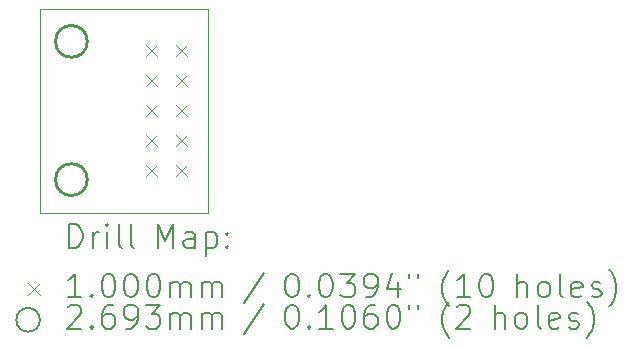
<source format=gbr>
%TF.GenerationSoftware,KiCad,Pcbnew,7.0.0-da2b9df05c~163~ubuntu22.04.1*%
%TF.CreationDate,2023-02-19T21:10:30+00:00*%
%TF.ProjectId,simpleadapter,73696d70-6c65-4616-9461-707465722e6b,rev?*%
%TF.SameCoordinates,Original*%
%TF.FileFunction,Drillmap*%
%TF.FilePolarity,Positive*%
%FSLAX45Y45*%
G04 Gerber Fmt 4.5, Leading zero omitted, Abs format (unit mm)*
G04 Created by KiCad (PCBNEW 7.0.0-da2b9df05c~163~ubuntu22.04.1) date 2023-02-19 21:10:30*
%MOMM*%
%LPD*%
G01*
G04 APERTURE LIST*
%ADD10C,0.100000*%
%ADD11C,0.200000*%
%ADD12C,0.269260*%
G04 APERTURE END LIST*
D10*
X14655800Y-8559800D02*
X16078200Y-8559800D01*
X16078200Y-8559800D02*
X16078200Y-10287000D01*
X16078200Y-10287000D02*
X14655800Y-10287000D01*
X14655800Y-10287000D02*
X14655800Y-8559800D01*
D11*
D10*
X15545600Y-8865400D02*
X15645600Y-8965400D01*
X15645600Y-8865400D02*
X15545600Y-8965400D01*
X15545600Y-9119400D02*
X15645600Y-9219400D01*
X15645600Y-9119400D02*
X15545600Y-9219400D01*
X15545600Y-9373400D02*
X15645600Y-9473400D01*
X15645600Y-9373400D02*
X15545600Y-9473400D01*
X15545600Y-9627400D02*
X15645600Y-9727400D01*
X15645600Y-9627400D02*
X15545600Y-9727400D01*
X15545600Y-9881400D02*
X15645600Y-9981400D01*
X15645600Y-9881400D02*
X15545600Y-9981400D01*
X15799600Y-8865400D02*
X15899600Y-8965400D01*
X15899600Y-8865400D02*
X15799600Y-8965400D01*
X15799600Y-9119400D02*
X15899600Y-9219400D01*
X15899600Y-9119400D02*
X15799600Y-9219400D01*
X15799600Y-9373400D02*
X15899600Y-9473400D01*
X15899600Y-9373400D02*
X15799600Y-9473400D01*
X15799600Y-9627400D02*
X15899600Y-9727400D01*
X15899600Y-9627400D02*
X15799600Y-9727400D01*
X15799600Y-9881400D02*
X15899600Y-9981400D01*
X15899600Y-9881400D02*
X15799600Y-9981400D01*
D12*
X15052330Y-8838400D02*
G75*
G03*
X15052330Y-8838400I-134630J0D01*
G01*
X15052330Y-10008400D02*
G75*
G03*
X15052330Y-10008400I-134630J0D01*
G01*
D11*
X14898419Y-10585476D02*
X14898419Y-10385476D01*
X14898419Y-10385476D02*
X14946038Y-10385476D01*
X14946038Y-10385476D02*
X14974609Y-10395000D01*
X14974609Y-10395000D02*
X14993657Y-10414048D01*
X14993657Y-10414048D02*
X15003181Y-10433095D01*
X15003181Y-10433095D02*
X15012705Y-10471190D01*
X15012705Y-10471190D02*
X15012705Y-10499762D01*
X15012705Y-10499762D02*
X15003181Y-10537857D01*
X15003181Y-10537857D02*
X14993657Y-10556905D01*
X14993657Y-10556905D02*
X14974609Y-10575952D01*
X14974609Y-10575952D02*
X14946038Y-10585476D01*
X14946038Y-10585476D02*
X14898419Y-10585476D01*
X15098419Y-10585476D02*
X15098419Y-10452143D01*
X15098419Y-10490238D02*
X15107943Y-10471190D01*
X15107943Y-10471190D02*
X15117467Y-10461667D01*
X15117467Y-10461667D02*
X15136514Y-10452143D01*
X15136514Y-10452143D02*
X15155562Y-10452143D01*
X15222228Y-10585476D02*
X15222228Y-10452143D01*
X15222228Y-10385476D02*
X15212705Y-10395000D01*
X15212705Y-10395000D02*
X15222228Y-10404524D01*
X15222228Y-10404524D02*
X15231752Y-10395000D01*
X15231752Y-10395000D02*
X15222228Y-10385476D01*
X15222228Y-10385476D02*
X15222228Y-10404524D01*
X15346038Y-10585476D02*
X15326990Y-10575952D01*
X15326990Y-10575952D02*
X15317467Y-10556905D01*
X15317467Y-10556905D02*
X15317467Y-10385476D01*
X15450800Y-10585476D02*
X15431752Y-10575952D01*
X15431752Y-10575952D02*
X15422228Y-10556905D01*
X15422228Y-10556905D02*
X15422228Y-10385476D01*
X15646990Y-10585476D02*
X15646990Y-10385476D01*
X15646990Y-10385476D02*
X15713657Y-10528333D01*
X15713657Y-10528333D02*
X15780324Y-10385476D01*
X15780324Y-10385476D02*
X15780324Y-10585476D01*
X15961276Y-10585476D02*
X15961276Y-10480714D01*
X15961276Y-10480714D02*
X15951752Y-10461667D01*
X15951752Y-10461667D02*
X15932705Y-10452143D01*
X15932705Y-10452143D02*
X15894609Y-10452143D01*
X15894609Y-10452143D02*
X15875562Y-10461667D01*
X15961276Y-10575952D02*
X15942228Y-10585476D01*
X15942228Y-10585476D02*
X15894609Y-10585476D01*
X15894609Y-10585476D02*
X15875562Y-10575952D01*
X15875562Y-10575952D02*
X15866038Y-10556905D01*
X15866038Y-10556905D02*
X15866038Y-10537857D01*
X15866038Y-10537857D02*
X15875562Y-10518810D01*
X15875562Y-10518810D02*
X15894609Y-10509286D01*
X15894609Y-10509286D02*
X15942228Y-10509286D01*
X15942228Y-10509286D02*
X15961276Y-10499762D01*
X16056514Y-10452143D02*
X16056514Y-10652143D01*
X16056514Y-10461667D02*
X16075562Y-10452143D01*
X16075562Y-10452143D02*
X16113657Y-10452143D01*
X16113657Y-10452143D02*
X16132705Y-10461667D01*
X16132705Y-10461667D02*
X16142228Y-10471190D01*
X16142228Y-10471190D02*
X16151752Y-10490238D01*
X16151752Y-10490238D02*
X16151752Y-10547381D01*
X16151752Y-10547381D02*
X16142228Y-10566429D01*
X16142228Y-10566429D02*
X16132705Y-10575952D01*
X16132705Y-10575952D02*
X16113657Y-10585476D01*
X16113657Y-10585476D02*
X16075562Y-10585476D01*
X16075562Y-10585476D02*
X16056514Y-10575952D01*
X16237467Y-10566429D02*
X16246990Y-10575952D01*
X16246990Y-10575952D02*
X16237467Y-10585476D01*
X16237467Y-10585476D02*
X16227943Y-10575952D01*
X16227943Y-10575952D02*
X16237467Y-10566429D01*
X16237467Y-10566429D02*
X16237467Y-10585476D01*
X16237467Y-10461667D02*
X16246990Y-10471190D01*
X16246990Y-10471190D02*
X16237467Y-10480714D01*
X16237467Y-10480714D02*
X16227943Y-10471190D01*
X16227943Y-10471190D02*
X16237467Y-10461667D01*
X16237467Y-10461667D02*
X16237467Y-10480714D01*
D10*
X14550800Y-10882000D02*
X14650800Y-10982000D01*
X14650800Y-10882000D02*
X14550800Y-10982000D01*
D11*
X15003181Y-11005476D02*
X14888895Y-11005476D01*
X14946038Y-11005476D02*
X14946038Y-10805476D01*
X14946038Y-10805476D02*
X14926990Y-10834048D01*
X14926990Y-10834048D02*
X14907943Y-10853095D01*
X14907943Y-10853095D02*
X14888895Y-10862619D01*
X15088895Y-10986429D02*
X15098419Y-10995952D01*
X15098419Y-10995952D02*
X15088895Y-11005476D01*
X15088895Y-11005476D02*
X15079371Y-10995952D01*
X15079371Y-10995952D02*
X15088895Y-10986429D01*
X15088895Y-10986429D02*
X15088895Y-11005476D01*
X15222228Y-10805476D02*
X15241276Y-10805476D01*
X15241276Y-10805476D02*
X15260324Y-10815000D01*
X15260324Y-10815000D02*
X15269848Y-10824524D01*
X15269848Y-10824524D02*
X15279371Y-10843571D01*
X15279371Y-10843571D02*
X15288895Y-10881667D01*
X15288895Y-10881667D02*
X15288895Y-10929286D01*
X15288895Y-10929286D02*
X15279371Y-10967381D01*
X15279371Y-10967381D02*
X15269848Y-10986429D01*
X15269848Y-10986429D02*
X15260324Y-10995952D01*
X15260324Y-10995952D02*
X15241276Y-11005476D01*
X15241276Y-11005476D02*
X15222228Y-11005476D01*
X15222228Y-11005476D02*
X15203181Y-10995952D01*
X15203181Y-10995952D02*
X15193657Y-10986429D01*
X15193657Y-10986429D02*
X15184133Y-10967381D01*
X15184133Y-10967381D02*
X15174609Y-10929286D01*
X15174609Y-10929286D02*
X15174609Y-10881667D01*
X15174609Y-10881667D02*
X15184133Y-10843571D01*
X15184133Y-10843571D02*
X15193657Y-10824524D01*
X15193657Y-10824524D02*
X15203181Y-10815000D01*
X15203181Y-10815000D02*
X15222228Y-10805476D01*
X15412705Y-10805476D02*
X15431752Y-10805476D01*
X15431752Y-10805476D02*
X15450800Y-10815000D01*
X15450800Y-10815000D02*
X15460324Y-10824524D01*
X15460324Y-10824524D02*
X15469848Y-10843571D01*
X15469848Y-10843571D02*
X15479371Y-10881667D01*
X15479371Y-10881667D02*
X15479371Y-10929286D01*
X15479371Y-10929286D02*
X15469848Y-10967381D01*
X15469848Y-10967381D02*
X15460324Y-10986429D01*
X15460324Y-10986429D02*
X15450800Y-10995952D01*
X15450800Y-10995952D02*
X15431752Y-11005476D01*
X15431752Y-11005476D02*
X15412705Y-11005476D01*
X15412705Y-11005476D02*
X15393657Y-10995952D01*
X15393657Y-10995952D02*
X15384133Y-10986429D01*
X15384133Y-10986429D02*
X15374609Y-10967381D01*
X15374609Y-10967381D02*
X15365086Y-10929286D01*
X15365086Y-10929286D02*
X15365086Y-10881667D01*
X15365086Y-10881667D02*
X15374609Y-10843571D01*
X15374609Y-10843571D02*
X15384133Y-10824524D01*
X15384133Y-10824524D02*
X15393657Y-10815000D01*
X15393657Y-10815000D02*
X15412705Y-10805476D01*
X15603181Y-10805476D02*
X15622229Y-10805476D01*
X15622229Y-10805476D02*
X15641276Y-10815000D01*
X15641276Y-10815000D02*
X15650800Y-10824524D01*
X15650800Y-10824524D02*
X15660324Y-10843571D01*
X15660324Y-10843571D02*
X15669848Y-10881667D01*
X15669848Y-10881667D02*
X15669848Y-10929286D01*
X15669848Y-10929286D02*
X15660324Y-10967381D01*
X15660324Y-10967381D02*
X15650800Y-10986429D01*
X15650800Y-10986429D02*
X15641276Y-10995952D01*
X15641276Y-10995952D02*
X15622229Y-11005476D01*
X15622229Y-11005476D02*
X15603181Y-11005476D01*
X15603181Y-11005476D02*
X15584133Y-10995952D01*
X15584133Y-10995952D02*
X15574609Y-10986429D01*
X15574609Y-10986429D02*
X15565086Y-10967381D01*
X15565086Y-10967381D02*
X15555562Y-10929286D01*
X15555562Y-10929286D02*
X15555562Y-10881667D01*
X15555562Y-10881667D02*
X15565086Y-10843571D01*
X15565086Y-10843571D02*
X15574609Y-10824524D01*
X15574609Y-10824524D02*
X15584133Y-10815000D01*
X15584133Y-10815000D02*
X15603181Y-10805476D01*
X15755562Y-11005476D02*
X15755562Y-10872143D01*
X15755562Y-10891190D02*
X15765086Y-10881667D01*
X15765086Y-10881667D02*
X15784133Y-10872143D01*
X15784133Y-10872143D02*
X15812705Y-10872143D01*
X15812705Y-10872143D02*
X15831752Y-10881667D01*
X15831752Y-10881667D02*
X15841276Y-10900714D01*
X15841276Y-10900714D02*
X15841276Y-11005476D01*
X15841276Y-10900714D02*
X15850800Y-10881667D01*
X15850800Y-10881667D02*
X15869848Y-10872143D01*
X15869848Y-10872143D02*
X15898419Y-10872143D01*
X15898419Y-10872143D02*
X15917467Y-10881667D01*
X15917467Y-10881667D02*
X15926990Y-10900714D01*
X15926990Y-10900714D02*
X15926990Y-11005476D01*
X16022229Y-11005476D02*
X16022229Y-10872143D01*
X16022229Y-10891190D02*
X16031752Y-10881667D01*
X16031752Y-10881667D02*
X16050800Y-10872143D01*
X16050800Y-10872143D02*
X16079371Y-10872143D01*
X16079371Y-10872143D02*
X16098419Y-10881667D01*
X16098419Y-10881667D02*
X16107943Y-10900714D01*
X16107943Y-10900714D02*
X16107943Y-11005476D01*
X16107943Y-10900714D02*
X16117467Y-10881667D01*
X16117467Y-10881667D02*
X16136514Y-10872143D01*
X16136514Y-10872143D02*
X16165086Y-10872143D01*
X16165086Y-10872143D02*
X16184133Y-10881667D01*
X16184133Y-10881667D02*
X16193657Y-10900714D01*
X16193657Y-10900714D02*
X16193657Y-11005476D01*
X16551752Y-10795952D02*
X16380324Y-11053095D01*
X16776514Y-10805476D02*
X16795562Y-10805476D01*
X16795562Y-10805476D02*
X16814610Y-10815000D01*
X16814610Y-10815000D02*
X16824133Y-10824524D01*
X16824133Y-10824524D02*
X16833657Y-10843571D01*
X16833657Y-10843571D02*
X16843181Y-10881667D01*
X16843181Y-10881667D02*
X16843181Y-10929286D01*
X16843181Y-10929286D02*
X16833657Y-10967381D01*
X16833657Y-10967381D02*
X16824133Y-10986429D01*
X16824133Y-10986429D02*
X16814610Y-10995952D01*
X16814610Y-10995952D02*
X16795562Y-11005476D01*
X16795562Y-11005476D02*
X16776514Y-11005476D01*
X16776514Y-11005476D02*
X16757467Y-10995952D01*
X16757467Y-10995952D02*
X16747943Y-10986429D01*
X16747943Y-10986429D02*
X16738419Y-10967381D01*
X16738419Y-10967381D02*
X16728895Y-10929286D01*
X16728895Y-10929286D02*
X16728895Y-10881667D01*
X16728895Y-10881667D02*
X16738419Y-10843571D01*
X16738419Y-10843571D02*
X16747943Y-10824524D01*
X16747943Y-10824524D02*
X16757467Y-10815000D01*
X16757467Y-10815000D02*
X16776514Y-10805476D01*
X16928895Y-10986429D02*
X16938419Y-10995952D01*
X16938419Y-10995952D02*
X16928895Y-11005476D01*
X16928895Y-11005476D02*
X16919372Y-10995952D01*
X16919372Y-10995952D02*
X16928895Y-10986429D01*
X16928895Y-10986429D02*
X16928895Y-11005476D01*
X17062229Y-10805476D02*
X17081276Y-10805476D01*
X17081276Y-10805476D02*
X17100324Y-10815000D01*
X17100324Y-10815000D02*
X17109848Y-10824524D01*
X17109848Y-10824524D02*
X17119372Y-10843571D01*
X17119372Y-10843571D02*
X17128895Y-10881667D01*
X17128895Y-10881667D02*
X17128895Y-10929286D01*
X17128895Y-10929286D02*
X17119372Y-10967381D01*
X17119372Y-10967381D02*
X17109848Y-10986429D01*
X17109848Y-10986429D02*
X17100324Y-10995952D01*
X17100324Y-10995952D02*
X17081276Y-11005476D01*
X17081276Y-11005476D02*
X17062229Y-11005476D01*
X17062229Y-11005476D02*
X17043181Y-10995952D01*
X17043181Y-10995952D02*
X17033657Y-10986429D01*
X17033657Y-10986429D02*
X17024133Y-10967381D01*
X17024133Y-10967381D02*
X17014610Y-10929286D01*
X17014610Y-10929286D02*
X17014610Y-10881667D01*
X17014610Y-10881667D02*
X17024133Y-10843571D01*
X17024133Y-10843571D02*
X17033657Y-10824524D01*
X17033657Y-10824524D02*
X17043181Y-10815000D01*
X17043181Y-10815000D02*
X17062229Y-10805476D01*
X17195562Y-10805476D02*
X17319372Y-10805476D01*
X17319372Y-10805476D02*
X17252705Y-10881667D01*
X17252705Y-10881667D02*
X17281276Y-10881667D01*
X17281276Y-10881667D02*
X17300324Y-10891190D01*
X17300324Y-10891190D02*
X17309848Y-10900714D01*
X17309848Y-10900714D02*
X17319372Y-10919762D01*
X17319372Y-10919762D02*
X17319372Y-10967381D01*
X17319372Y-10967381D02*
X17309848Y-10986429D01*
X17309848Y-10986429D02*
X17300324Y-10995952D01*
X17300324Y-10995952D02*
X17281276Y-11005476D01*
X17281276Y-11005476D02*
X17224133Y-11005476D01*
X17224133Y-11005476D02*
X17205086Y-10995952D01*
X17205086Y-10995952D02*
X17195562Y-10986429D01*
X17414610Y-11005476D02*
X17452705Y-11005476D01*
X17452705Y-11005476D02*
X17471753Y-10995952D01*
X17471753Y-10995952D02*
X17481276Y-10986429D01*
X17481276Y-10986429D02*
X17500324Y-10957857D01*
X17500324Y-10957857D02*
X17509848Y-10919762D01*
X17509848Y-10919762D02*
X17509848Y-10843571D01*
X17509848Y-10843571D02*
X17500324Y-10824524D01*
X17500324Y-10824524D02*
X17490800Y-10815000D01*
X17490800Y-10815000D02*
X17471753Y-10805476D01*
X17471753Y-10805476D02*
X17433657Y-10805476D01*
X17433657Y-10805476D02*
X17414610Y-10815000D01*
X17414610Y-10815000D02*
X17405086Y-10824524D01*
X17405086Y-10824524D02*
X17395562Y-10843571D01*
X17395562Y-10843571D02*
X17395562Y-10891190D01*
X17395562Y-10891190D02*
X17405086Y-10910238D01*
X17405086Y-10910238D02*
X17414610Y-10919762D01*
X17414610Y-10919762D02*
X17433657Y-10929286D01*
X17433657Y-10929286D02*
X17471753Y-10929286D01*
X17471753Y-10929286D02*
X17490800Y-10919762D01*
X17490800Y-10919762D02*
X17500324Y-10910238D01*
X17500324Y-10910238D02*
X17509848Y-10891190D01*
X17681276Y-10872143D02*
X17681276Y-11005476D01*
X17633657Y-10795952D02*
X17586038Y-10938810D01*
X17586038Y-10938810D02*
X17709848Y-10938810D01*
X17776514Y-10805476D02*
X17776514Y-10843571D01*
X17852705Y-10805476D02*
X17852705Y-10843571D01*
X18115562Y-11081667D02*
X18106038Y-11072143D01*
X18106038Y-11072143D02*
X18086991Y-11043571D01*
X18086991Y-11043571D02*
X18077467Y-11024524D01*
X18077467Y-11024524D02*
X18067943Y-10995952D01*
X18067943Y-10995952D02*
X18058419Y-10948333D01*
X18058419Y-10948333D02*
X18058419Y-10910238D01*
X18058419Y-10910238D02*
X18067943Y-10862619D01*
X18067943Y-10862619D02*
X18077467Y-10834048D01*
X18077467Y-10834048D02*
X18086991Y-10815000D01*
X18086991Y-10815000D02*
X18106038Y-10786429D01*
X18106038Y-10786429D02*
X18115562Y-10776905D01*
X18296514Y-11005476D02*
X18182229Y-11005476D01*
X18239372Y-11005476D02*
X18239372Y-10805476D01*
X18239372Y-10805476D02*
X18220324Y-10834048D01*
X18220324Y-10834048D02*
X18201276Y-10853095D01*
X18201276Y-10853095D02*
X18182229Y-10862619D01*
X18420324Y-10805476D02*
X18439372Y-10805476D01*
X18439372Y-10805476D02*
X18458419Y-10815000D01*
X18458419Y-10815000D02*
X18467943Y-10824524D01*
X18467943Y-10824524D02*
X18477467Y-10843571D01*
X18477467Y-10843571D02*
X18486991Y-10881667D01*
X18486991Y-10881667D02*
X18486991Y-10929286D01*
X18486991Y-10929286D02*
X18477467Y-10967381D01*
X18477467Y-10967381D02*
X18467943Y-10986429D01*
X18467943Y-10986429D02*
X18458419Y-10995952D01*
X18458419Y-10995952D02*
X18439372Y-11005476D01*
X18439372Y-11005476D02*
X18420324Y-11005476D01*
X18420324Y-11005476D02*
X18401276Y-10995952D01*
X18401276Y-10995952D02*
X18391753Y-10986429D01*
X18391753Y-10986429D02*
X18382229Y-10967381D01*
X18382229Y-10967381D02*
X18372705Y-10929286D01*
X18372705Y-10929286D02*
X18372705Y-10881667D01*
X18372705Y-10881667D02*
X18382229Y-10843571D01*
X18382229Y-10843571D02*
X18391753Y-10824524D01*
X18391753Y-10824524D02*
X18401276Y-10815000D01*
X18401276Y-10815000D02*
X18420324Y-10805476D01*
X18692705Y-11005476D02*
X18692705Y-10805476D01*
X18778419Y-11005476D02*
X18778419Y-10900714D01*
X18778419Y-10900714D02*
X18768895Y-10881667D01*
X18768895Y-10881667D02*
X18749848Y-10872143D01*
X18749848Y-10872143D02*
X18721276Y-10872143D01*
X18721276Y-10872143D02*
X18702229Y-10881667D01*
X18702229Y-10881667D02*
X18692705Y-10891190D01*
X18902229Y-11005476D02*
X18883181Y-10995952D01*
X18883181Y-10995952D02*
X18873657Y-10986429D01*
X18873657Y-10986429D02*
X18864134Y-10967381D01*
X18864134Y-10967381D02*
X18864134Y-10910238D01*
X18864134Y-10910238D02*
X18873657Y-10891190D01*
X18873657Y-10891190D02*
X18883181Y-10881667D01*
X18883181Y-10881667D02*
X18902229Y-10872143D01*
X18902229Y-10872143D02*
X18930800Y-10872143D01*
X18930800Y-10872143D02*
X18949848Y-10881667D01*
X18949848Y-10881667D02*
X18959372Y-10891190D01*
X18959372Y-10891190D02*
X18968895Y-10910238D01*
X18968895Y-10910238D02*
X18968895Y-10967381D01*
X18968895Y-10967381D02*
X18959372Y-10986429D01*
X18959372Y-10986429D02*
X18949848Y-10995952D01*
X18949848Y-10995952D02*
X18930800Y-11005476D01*
X18930800Y-11005476D02*
X18902229Y-11005476D01*
X19083181Y-11005476D02*
X19064134Y-10995952D01*
X19064134Y-10995952D02*
X19054610Y-10976905D01*
X19054610Y-10976905D02*
X19054610Y-10805476D01*
X19235562Y-10995952D02*
X19216515Y-11005476D01*
X19216515Y-11005476D02*
X19178419Y-11005476D01*
X19178419Y-11005476D02*
X19159372Y-10995952D01*
X19159372Y-10995952D02*
X19149848Y-10976905D01*
X19149848Y-10976905D02*
X19149848Y-10900714D01*
X19149848Y-10900714D02*
X19159372Y-10881667D01*
X19159372Y-10881667D02*
X19178419Y-10872143D01*
X19178419Y-10872143D02*
X19216515Y-10872143D01*
X19216515Y-10872143D02*
X19235562Y-10881667D01*
X19235562Y-10881667D02*
X19245086Y-10900714D01*
X19245086Y-10900714D02*
X19245086Y-10919762D01*
X19245086Y-10919762D02*
X19149848Y-10938810D01*
X19321276Y-10995952D02*
X19340324Y-11005476D01*
X19340324Y-11005476D02*
X19378419Y-11005476D01*
X19378419Y-11005476D02*
X19397467Y-10995952D01*
X19397467Y-10995952D02*
X19406991Y-10976905D01*
X19406991Y-10976905D02*
X19406991Y-10967381D01*
X19406991Y-10967381D02*
X19397467Y-10948333D01*
X19397467Y-10948333D02*
X19378419Y-10938810D01*
X19378419Y-10938810D02*
X19349848Y-10938810D01*
X19349848Y-10938810D02*
X19330800Y-10929286D01*
X19330800Y-10929286D02*
X19321276Y-10910238D01*
X19321276Y-10910238D02*
X19321276Y-10900714D01*
X19321276Y-10900714D02*
X19330800Y-10881667D01*
X19330800Y-10881667D02*
X19349848Y-10872143D01*
X19349848Y-10872143D02*
X19378419Y-10872143D01*
X19378419Y-10872143D02*
X19397467Y-10881667D01*
X19473657Y-11081667D02*
X19483181Y-11072143D01*
X19483181Y-11072143D02*
X19502229Y-11043571D01*
X19502229Y-11043571D02*
X19511753Y-11024524D01*
X19511753Y-11024524D02*
X19521276Y-10995952D01*
X19521276Y-10995952D02*
X19530800Y-10948333D01*
X19530800Y-10948333D02*
X19530800Y-10910238D01*
X19530800Y-10910238D02*
X19521276Y-10862619D01*
X19521276Y-10862619D02*
X19511753Y-10834048D01*
X19511753Y-10834048D02*
X19502229Y-10815000D01*
X19502229Y-10815000D02*
X19483181Y-10786429D01*
X19483181Y-10786429D02*
X19473657Y-10776905D01*
X14650800Y-11196000D02*
G75*
G03*
X14650800Y-11196000I-100000J0D01*
G01*
X14888895Y-11088524D02*
X14898419Y-11079000D01*
X14898419Y-11079000D02*
X14917467Y-11069476D01*
X14917467Y-11069476D02*
X14965086Y-11069476D01*
X14965086Y-11069476D02*
X14984133Y-11079000D01*
X14984133Y-11079000D02*
X14993657Y-11088524D01*
X14993657Y-11088524D02*
X15003181Y-11107571D01*
X15003181Y-11107571D02*
X15003181Y-11126619D01*
X15003181Y-11126619D02*
X14993657Y-11155190D01*
X14993657Y-11155190D02*
X14879371Y-11269476D01*
X14879371Y-11269476D02*
X15003181Y-11269476D01*
X15088895Y-11250428D02*
X15098419Y-11259952D01*
X15098419Y-11259952D02*
X15088895Y-11269476D01*
X15088895Y-11269476D02*
X15079371Y-11259952D01*
X15079371Y-11259952D02*
X15088895Y-11250428D01*
X15088895Y-11250428D02*
X15088895Y-11269476D01*
X15269848Y-11069476D02*
X15231752Y-11069476D01*
X15231752Y-11069476D02*
X15212705Y-11079000D01*
X15212705Y-11079000D02*
X15203181Y-11088524D01*
X15203181Y-11088524D02*
X15184133Y-11117095D01*
X15184133Y-11117095D02*
X15174609Y-11155190D01*
X15174609Y-11155190D02*
X15174609Y-11231381D01*
X15174609Y-11231381D02*
X15184133Y-11250428D01*
X15184133Y-11250428D02*
X15193657Y-11259952D01*
X15193657Y-11259952D02*
X15212705Y-11269476D01*
X15212705Y-11269476D02*
X15250800Y-11269476D01*
X15250800Y-11269476D02*
X15269848Y-11259952D01*
X15269848Y-11259952D02*
X15279371Y-11250428D01*
X15279371Y-11250428D02*
X15288895Y-11231381D01*
X15288895Y-11231381D02*
X15288895Y-11183762D01*
X15288895Y-11183762D02*
X15279371Y-11164714D01*
X15279371Y-11164714D02*
X15269848Y-11155190D01*
X15269848Y-11155190D02*
X15250800Y-11145667D01*
X15250800Y-11145667D02*
X15212705Y-11145667D01*
X15212705Y-11145667D02*
X15193657Y-11155190D01*
X15193657Y-11155190D02*
X15184133Y-11164714D01*
X15184133Y-11164714D02*
X15174609Y-11183762D01*
X15384133Y-11269476D02*
X15422228Y-11269476D01*
X15422228Y-11269476D02*
X15441276Y-11259952D01*
X15441276Y-11259952D02*
X15450800Y-11250428D01*
X15450800Y-11250428D02*
X15469848Y-11221857D01*
X15469848Y-11221857D02*
X15479371Y-11183762D01*
X15479371Y-11183762D02*
X15479371Y-11107571D01*
X15479371Y-11107571D02*
X15469848Y-11088524D01*
X15469848Y-11088524D02*
X15460324Y-11079000D01*
X15460324Y-11079000D02*
X15441276Y-11069476D01*
X15441276Y-11069476D02*
X15403181Y-11069476D01*
X15403181Y-11069476D02*
X15384133Y-11079000D01*
X15384133Y-11079000D02*
X15374609Y-11088524D01*
X15374609Y-11088524D02*
X15365086Y-11107571D01*
X15365086Y-11107571D02*
X15365086Y-11155190D01*
X15365086Y-11155190D02*
X15374609Y-11174238D01*
X15374609Y-11174238D02*
X15384133Y-11183762D01*
X15384133Y-11183762D02*
X15403181Y-11193286D01*
X15403181Y-11193286D02*
X15441276Y-11193286D01*
X15441276Y-11193286D02*
X15460324Y-11183762D01*
X15460324Y-11183762D02*
X15469848Y-11174238D01*
X15469848Y-11174238D02*
X15479371Y-11155190D01*
X15546038Y-11069476D02*
X15669848Y-11069476D01*
X15669848Y-11069476D02*
X15603181Y-11145667D01*
X15603181Y-11145667D02*
X15631752Y-11145667D01*
X15631752Y-11145667D02*
X15650800Y-11155190D01*
X15650800Y-11155190D02*
X15660324Y-11164714D01*
X15660324Y-11164714D02*
X15669848Y-11183762D01*
X15669848Y-11183762D02*
X15669848Y-11231381D01*
X15669848Y-11231381D02*
X15660324Y-11250428D01*
X15660324Y-11250428D02*
X15650800Y-11259952D01*
X15650800Y-11259952D02*
X15631752Y-11269476D01*
X15631752Y-11269476D02*
X15574609Y-11269476D01*
X15574609Y-11269476D02*
X15555562Y-11259952D01*
X15555562Y-11259952D02*
X15546038Y-11250428D01*
X15755562Y-11269476D02*
X15755562Y-11136143D01*
X15755562Y-11155190D02*
X15765086Y-11145667D01*
X15765086Y-11145667D02*
X15784133Y-11136143D01*
X15784133Y-11136143D02*
X15812705Y-11136143D01*
X15812705Y-11136143D02*
X15831752Y-11145667D01*
X15831752Y-11145667D02*
X15841276Y-11164714D01*
X15841276Y-11164714D02*
X15841276Y-11269476D01*
X15841276Y-11164714D02*
X15850800Y-11145667D01*
X15850800Y-11145667D02*
X15869848Y-11136143D01*
X15869848Y-11136143D02*
X15898419Y-11136143D01*
X15898419Y-11136143D02*
X15917467Y-11145667D01*
X15917467Y-11145667D02*
X15926990Y-11164714D01*
X15926990Y-11164714D02*
X15926990Y-11269476D01*
X16022229Y-11269476D02*
X16022229Y-11136143D01*
X16022229Y-11155190D02*
X16031752Y-11145667D01*
X16031752Y-11145667D02*
X16050800Y-11136143D01*
X16050800Y-11136143D02*
X16079371Y-11136143D01*
X16079371Y-11136143D02*
X16098419Y-11145667D01*
X16098419Y-11145667D02*
X16107943Y-11164714D01*
X16107943Y-11164714D02*
X16107943Y-11269476D01*
X16107943Y-11164714D02*
X16117467Y-11145667D01*
X16117467Y-11145667D02*
X16136514Y-11136143D01*
X16136514Y-11136143D02*
X16165086Y-11136143D01*
X16165086Y-11136143D02*
X16184133Y-11145667D01*
X16184133Y-11145667D02*
X16193657Y-11164714D01*
X16193657Y-11164714D02*
X16193657Y-11269476D01*
X16551752Y-11059952D02*
X16380324Y-11317095D01*
X16776514Y-11069476D02*
X16795562Y-11069476D01*
X16795562Y-11069476D02*
X16814610Y-11079000D01*
X16814610Y-11079000D02*
X16824133Y-11088524D01*
X16824133Y-11088524D02*
X16833657Y-11107571D01*
X16833657Y-11107571D02*
X16843181Y-11145667D01*
X16843181Y-11145667D02*
X16843181Y-11193286D01*
X16843181Y-11193286D02*
X16833657Y-11231381D01*
X16833657Y-11231381D02*
X16824133Y-11250428D01*
X16824133Y-11250428D02*
X16814610Y-11259952D01*
X16814610Y-11259952D02*
X16795562Y-11269476D01*
X16795562Y-11269476D02*
X16776514Y-11269476D01*
X16776514Y-11269476D02*
X16757467Y-11259952D01*
X16757467Y-11259952D02*
X16747943Y-11250428D01*
X16747943Y-11250428D02*
X16738419Y-11231381D01*
X16738419Y-11231381D02*
X16728895Y-11193286D01*
X16728895Y-11193286D02*
X16728895Y-11145667D01*
X16728895Y-11145667D02*
X16738419Y-11107571D01*
X16738419Y-11107571D02*
X16747943Y-11088524D01*
X16747943Y-11088524D02*
X16757467Y-11079000D01*
X16757467Y-11079000D02*
X16776514Y-11069476D01*
X16928895Y-11250428D02*
X16938419Y-11259952D01*
X16938419Y-11259952D02*
X16928895Y-11269476D01*
X16928895Y-11269476D02*
X16919372Y-11259952D01*
X16919372Y-11259952D02*
X16928895Y-11250428D01*
X16928895Y-11250428D02*
X16928895Y-11269476D01*
X17128895Y-11269476D02*
X17014610Y-11269476D01*
X17071752Y-11269476D02*
X17071752Y-11069476D01*
X17071752Y-11069476D02*
X17052705Y-11098048D01*
X17052705Y-11098048D02*
X17033657Y-11117095D01*
X17033657Y-11117095D02*
X17014610Y-11126619D01*
X17252705Y-11069476D02*
X17271753Y-11069476D01*
X17271753Y-11069476D02*
X17290800Y-11079000D01*
X17290800Y-11079000D02*
X17300324Y-11088524D01*
X17300324Y-11088524D02*
X17309848Y-11107571D01*
X17309848Y-11107571D02*
X17319372Y-11145667D01*
X17319372Y-11145667D02*
X17319372Y-11193286D01*
X17319372Y-11193286D02*
X17309848Y-11231381D01*
X17309848Y-11231381D02*
X17300324Y-11250428D01*
X17300324Y-11250428D02*
X17290800Y-11259952D01*
X17290800Y-11259952D02*
X17271753Y-11269476D01*
X17271753Y-11269476D02*
X17252705Y-11269476D01*
X17252705Y-11269476D02*
X17233657Y-11259952D01*
X17233657Y-11259952D02*
X17224133Y-11250428D01*
X17224133Y-11250428D02*
X17214610Y-11231381D01*
X17214610Y-11231381D02*
X17205086Y-11193286D01*
X17205086Y-11193286D02*
X17205086Y-11145667D01*
X17205086Y-11145667D02*
X17214610Y-11107571D01*
X17214610Y-11107571D02*
X17224133Y-11088524D01*
X17224133Y-11088524D02*
X17233657Y-11079000D01*
X17233657Y-11079000D02*
X17252705Y-11069476D01*
X17490800Y-11069476D02*
X17452705Y-11069476D01*
X17452705Y-11069476D02*
X17433657Y-11079000D01*
X17433657Y-11079000D02*
X17424133Y-11088524D01*
X17424133Y-11088524D02*
X17405086Y-11117095D01*
X17405086Y-11117095D02*
X17395562Y-11155190D01*
X17395562Y-11155190D02*
X17395562Y-11231381D01*
X17395562Y-11231381D02*
X17405086Y-11250428D01*
X17405086Y-11250428D02*
X17414610Y-11259952D01*
X17414610Y-11259952D02*
X17433657Y-11269476D01*
X17433657Y-11269476D02*
X17471753Y-11269476D01*
X17471753Y-11269476D02*
X17490800Y-11259952D01*
X17490800Y-11259952D02*
X17500324Y-11250428D01*
X17500324Y-11250428D02*
X17509848Y-11231381D01*
X17509848Y-11231381D02*
X17509848Y-11183762D01*
X17509848Y-11183762D02*
X17500324Y-11164714D01*
X17500324Y-11164714D02*
X17490800Y-11155190D01*
X17490800Y-11155190D02*
X17471753Y-11145667D01*
X17471753Y-11145667D02*
X17433657Y-11145667D01*
X17433657Y-11145667D02*
X17414610Y-11155190D01*
X17414610Y-11155190D02*
X17405086Y-11164714D01*
X17405086Y-11164714D02*
X17395562Y-11183762D01*
X17633657Y-11069476D02*
X17652705Y-11069476D01*
X17652705Y-11069476D02*
X17671753Y-11079000D01*
X17671753Y-11079000D02*
X17681276Y-11088524D01*
X17681276Y-11088524D02*
X17690800Y-11107571D01*
X17690800Y-11107571D02*
X17700324Y-11145667D01*
X17700324Y-11145667D02*
X17700324Y-11193286D01*
X17700324Y-11193286D02*
X17690800Y-11231381D01*
X17690800Y-11231381D02*
X17681276Y-11250428D01*
X17681276Y-11250428D02*
X17671753Y-11259952D01*
X17671753Y-11259952D02*
X17652705Y-11269476D01*
X17652705Y-11269476D02*
X17633657Y-11269476D01*
X17633657Y-11269476D02*
X17614610Y-11259952D01*
X17614610Y-11259952D02*
X17605086Y-11250428D01*
X17605086Y-11250428D02*
X17595562Y-11231381D01*
X17595562Y-11231381D02*
X17586038Y-11193286D01*
X17586038Y-11193286D02*
X17586038Y-11145667D01*
X17586038Y-11145667D02*
X17595562Y-11107571D01*
X17595562Y-11107571D02*
X17605086Y-11088524D01*
X17605086Y-11088524D02*
X17614610Y-11079000D01*
X17614610Y-11079000D02*
X17633657Y-11069476D01*
X17776514Y-11069476D02*
X17776514Y-11107571D01*
X17852705Y-11069476D02*
X17852705Y-11107571D01*
X18115562Y-11345667D02*
X18106038Y-11336143D01*
X18106038Y-11336143D02*
X18086991Y-11307571D01*
X18086991Y-11307571D02*
X18077467Y-11288524D01*
X18077467Y-11288524D02*
X18067943Y-11259952D01*
X18067943Y-11259952D02*
X18058419Y-11212333D01*
X18058419Y-11212333D02*
X18058419Y-11174238D01*
X18058419Y-11174238D02*
X18067943Y-11126619D01*
X18067943Y-11126619D02*
X18077467Y-11098048D01*
X18077467Y-11098048D02*
X18086991Y-11079000D01*
X18086991Y-11079000D02*
X18106038Y-11050429D01*
X18106038Y-11050429D02*
X18115562Y-11040905D01*
X18182229Y-11088524D02*
X18191753Y-11079000D01*
X18191753Y-11079000D02*
X18210800Y-11069476D01*
X18210800Y-11069476D02*
X18258419Y-11069476D01*
X18258419Y-11069476D02*
X18277467Y-11079000D01*
X18277467Y-11079000D02*
X18286991Y-11088524D01*
X18286991Y-11088524D02*
X18296514Y-11107571D01*
X18296514Y-11107571D02*
X18296514Y-11126619D01*
X18296514Y-11126619D02*
X18286991Y-11155190D01*
X18286991Y-11155190D02*
X18172705Y-11269476D01*
X18172705Y-11269476D02*
X18296514Y-11269476D01*
X18502229Y-11269476D02*
X18502229Y-11069476D01*
X18587943Y-11269476D02*
X18587943Y-11164714D01*
X18587943Y-11164714D02*
X18578419Y-11145667D01*
X18578419Y-11145667D02*
X18559372Y-11136143D01*
X18559372Y-11136143D02*
X18530800Y-11136143D01*
X18530800Y-11136143D02*
X18511753Y-11145667D01*
X18511753Y-11145667D02*
X18502229Y-11155190D01*
X18711753Y-11269476D02*
X18692705Y-11259952D01*
X18692705Y-11259952D02*
X18683181Y-11250428D01*
X18683181Y-11250428D02*
X18673657Y-11231381D01*
X18673657Y-11231381D02*
X18673657Y-11174238D01*
X18673657Y-11174238D02*
X18683181Y-11155190D01*
X18683181Y-11155190D02*
X18692705Y-11145667D01*
X18692705Y-11145667D02*
X18711753Y-11136143D01*
X18711753Y-11136143D02*
X18740324Y-11136143D01*
X18740324Y-11136143D02*
X18759372Y-11145667D01*
X18759372Y-11145667D02*
X18768895Y-11155190D01*
X18768895Y-11155190D02*
X18778419Y-11174238D01*
X18778419Y-11174238D02*
X18778419Y-11231381D01*
X18778419Y-11231381D02*
X18768895Y-11250428D01*
X18768895Y-11250428D02*
X18759372Y-11259952D01*
X18759372Y-11259952D02*
X18740324Y-11269476D01*
X18740324Y-11269476D02*
X18711753Y-11269476D01*
X18892705Y-11269476D02*
X18873657Y-11259952D01*
X18873657Y-11259952D02*
X18864134Y-11240905D01*
X18864134Y-11240905D02*
X18864134Y-11069476D01*
X19045086Y-11259952D02*
X19026038Y-11269476D01*
X19026038Y-11269476D02*
X18987943Y-11269476D01*
X18987943Y-11269476D02*
X18968895Y-11259952D01*
X18968895Y-11259952D02*
X18959372Y-11240905D01*
X18959372Y-11240905D02*
X18959372Y-11164714D01*
X18959372Y-11164714D02*
X18968895Y-11145667D01*
X18968895Y-11145667D02*
X18987943Y-11136143D01*
X18987943Y-11136143D02*
X19026038Y-11136143D01*
X19026038Y-11136143D02*
X19045086Y-11145667D01*
X19045086Y-11145667D02*
X19054610Y-11164714D01*
X19054610Y-11164714D02*
X19054610Y-11183762D01*
X19054610Y-11183762D02*
X18959372Y-11202809D01*
X19130800Y-11259952D02*
X19149848Y-11269476D01*
X19149848Y-11269476D02*
X19187943Y-11269476D01*
X19187943Y-11269476D02*
X19206991Y-11259952D01*
X19206991Y-11259952D02*
X19216515Y-11240905D01*
X19216515Y-11240905D02*
X19216515Y-11231381D01*
X19216515Y-11231381D02*
X19206991Y-11212333D01*
X19206991Y-11212333D02*
X19187943Y-11202809D01*
X19187943Y-11202809D02*
X19159372Y-11202809D01*
X19159372Y-11202809D02*
X19140324Y-11193286D01*
X19140324Y-11193286D02*
X19130800Y-11174238D01*
X19130800Y-11174238D02*
X19130800Y-11164714D01*
X19130800Y-11164714D02*
X19140324Y-11145667D01*
X19140324Y-11145667D02*
X19159372Y-11136143D01*
X19159372Y-11136143D02*
X19187943Y-11136143D01*
X19187943Y-11136143D02*
X19206991Y-11145667D01*
X19283181Y-11345667D02*
X19292705Y-11336143D01*
X19292705Y-11336143D02*
X19311753Y-11307571D01*
X19311753Y-11307571D02*
X19321276Y-11288524D01*
X19321276Y-11288524D02*
X19330800Y-11259952D01*
X19330800Y-11259952D02*
X19340324Y-11212333D01*
X19340324Y-11212333D02*
X19340324Y-11174238D01*
X19340324Y-11174238D02*
X19330800Y-11126619D01*
X19330800Y-11126619D02*
X19321276Y-11098048D01*
X19321276Y-11098048D02*
X19311753Y-11079000D01*
X19311753Y-11079000D02*
X19292705Y-11050429D01*
X19292705Y-11050429D02*
X19283181Y-11040905D01*
M02*

</source>
